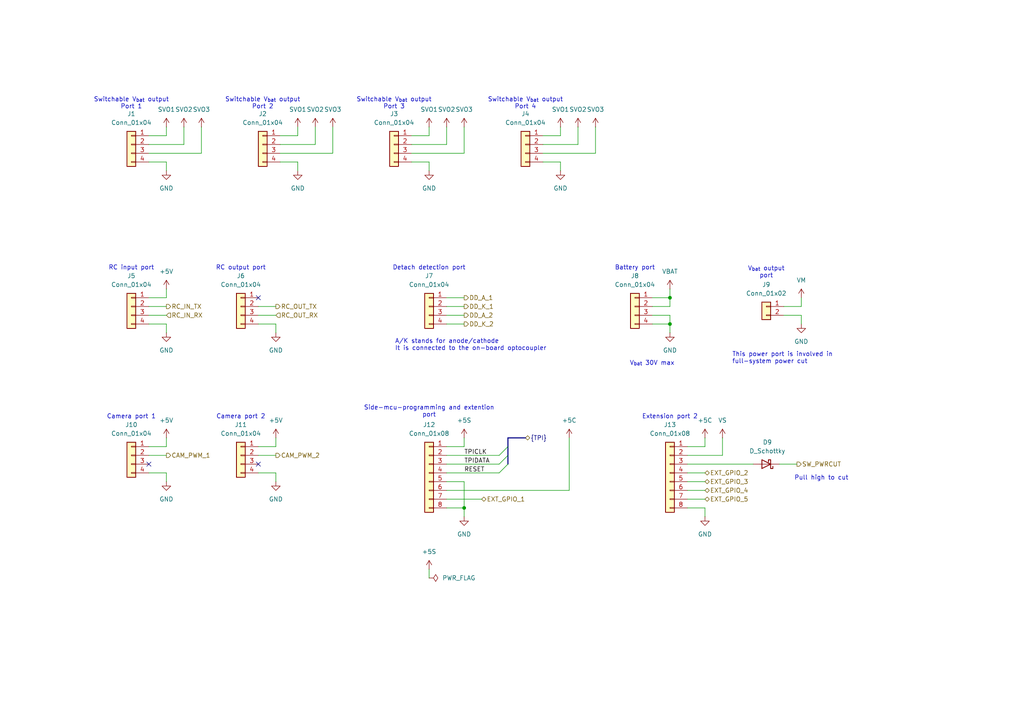
<source format=kicad_sch>
(kicad_sch (version 20250114) (generator "eeschema") (generator_version "9.0")
  (paper "A4")
  (lib_symbols
    (symbol "Connector_Generic:Conn_01x02" (pin_names (offset 1.016) (hide yes))
      (property "Reference" "J" (at 0 2.54 0))
      (property "Value" "Conn_01x02" (at 0 -5.08 0))
      (symbol "Conn_01x02_1_1"
        (rectangle (start -1.27 1.27) (end 1.27 -3.81) (stroke (width 0.254)) (fill (type background)))
        (rectangle (start -1.27 0.127) (end 0 -0.127) (stroke (width 0.1524)))
        (rectangle (start -1.27 -2.413) (end 0 -2.667) (stroke (width 0.1524)))
        (pin passive line (at -5.08 0 0) (length 3.81) (name "Pin_1") (number "1"))
        (pin passive line (at -5.08 -2.54 0) (length 3.81) (name "Pin_2") (number "2"))
      )
    )
    (symbol "Connector_Generic:Conn_01x04" (pin_names (offset 1.016) (hide yes))
      (property "Reference" "J" (at 0 5.08 0))
      (property "Value" "Conn_01x04" (at 0 -7.62 0))
      (symbol "Conn_01x04_1_1"
        (rectangle (start -1.27 3.81) (end 1.27 -6.35) (stroke (width 0.254)) (fill (type background)))
        (rectangle (start -1.27 2.667) (end 0 2.413) (stroke (width 0.1524)))
        (rectangle (start -1.27 0.127) (end 0 -0.127) (stroke (width 0.1524)))
        (rectangle (start -1.27 -2.413) (end 0 -2.667) (stroke (width 0.1524)))
        (rectangle (start -1.27 -4.953) (end 0 -5.207) (stroke (width 0.1524)))
        (pin passive line (at -5.08 2.54 0) (length 3.81) (name "Pin_1") (number "1"))
        (pin passive line (at -5.08 0 0) (length 3.81) (name "Pin_2") (number "2"))
        (pin passive line (at -5.08 -2.54 0) (length 3.81) (name "Pin_3") (number "3"))
        (pin passive line (at -5.08 -5.08 0) (length 3.81) (name "Pin_4") (number "4"))
      )
    )
    (symbol "Connector_Generic:Conn_01x08" (pin_names (offset 1.016) (hide yes))
      (property "Reference" "J" (at 0 10.16 0))
      (property "Value" "Conn_01x08" (at 0 -12.7 0))
      (symbol "Conn_01x08_1_1"
        (rectangle (start -1.27 8.89) (end 1.27 -11.43) (stroke (width 0.254)) (fill (type background)))
        (rectangle (start -1.27 7.747) (end 0 7.493) (stroke (width 0.1524)))
        (rectangle (start -1.27 5.207) (end 0 4.953) (stroke (width 0.1524)))
        (rectangle (start -1.27 2.667) (end 0 2.413) (stroke (width 0.1524)))
        (rectangle (start -1.27 0.127) (end 0 -0.127) (stroke (width 0.1524)))
        (rectangle (start -1.27 -2.413) (end 0 -2.667) (stroke (width 0.1524)))
        (rectangle (start -1.27 -4.953) (end 0 -5.207) (stroke (width 0.1524)))
        (rectangle (start -1.27 -7.493) (end 0 -7.747) (stroke (width 0.1524)))
        (rectangle (start -1.27 -10.033) (end 0 -10.287) (stroke (width 0.1524)))
        (pin passive line (at -5.08 7.62 0) (length 3.81) (name "Pin_1") (number "1"))
        (pin passive line (at -5.08 5.08 0) (length 3.81) (name "Pin_2") (number "2"))
        (pin passive line (at -5.08 2.54 0) (length 3.81) (name "Pin_3") (number "3"))
        (pin passive line (at -5.08 0 0) (length 3.81) (name "Pin_4") (number "4"))
        (pin passive line (at -5.08 -2.54 0) (length 3.81) (name "Pin_5") (number "5"))
        (pin passive line (at -5.08 -5.08 0) (length 3.81) (name "Pin_6") (number "6"))
        (pin passive line (at -5.08 -7.62 0) (length 3.81) (name "Pin_7") (number "7"))
        (pin passive line (at -5.08 -10.16 0) (length 3.81) (name "Pin_8") (number "8"))
      )
    )
    (symbol "Device:D_Schottky" (pin_numbers (hide yes)) (pin_names (offset 1.016) (hide yes))
      (property "Reference" "D" (at 0 2.54 0))
      (property "Value" "D_Schottky" (at 0 -2.54 0))
      (symbol "D_Schottky_0_1"
        (polyline (pts (xy -1.905 0.635) (xy -1.905 1.27) (xy -1.27 1.27) (xy -1.27 -1.27) (xy -0.635 -1.27) (xy -0.635 -0.635)) (stroke (width 0.254)))
        (polyline (pts (xy 1.27 1.27) (xy 1.27 -1.27) (xy -1.27 0) (xy 1.27 1.27)) (stroke (width 0.254)))
        (polyline (pts (xy 1.27 0) (xy -1.27 0)))
      )
      (symbol "D_Schottky_1_1"
        (pin passive line (at -3.81 0 0) (length 2.54) (name "K") (number "1"))
        (pin passive line (at 3.81 0 180) (length 2.54) (name "A") (number "2"))
      )
    )
    (symbol "power:+5V" (power) (pin_numbers (hide yes)) (pin_names (offset 0) (hide yes))
      (property "Value" "+5V" (at 0 3.556 0))
      (symbol "+5V_0_1"
        (polyline (pts (xy -0.762 1.27) (xy 0 2.54)))
        (polyline (pts (xy 0 2.54) (xy 0.762 1.27)))
        (polyline (pts (xy 0 0) (xy 0 2.54)))
      )
      (symbol "+5V_1_1"
        (pin power_in line (at 0 0 90) (length 0) (name "~") (number "1"))
      )
    )
    (symbol "power:GND" (power) (pin_numbers (hide yes)) (pin_names (offset 0) (hide yes))
      (property "Value" "GND" (at 0 -3.81 0))
      (symbol "GND_0_1"
        (polyline (pts (xy 0 0) (xy 0 -1.27) (xy 1.27 -1.27) (xy 0 -2.54) (xy -1.27 -1.27) (xy 0 -1.27)))
      )
      (symbol "GND_1_1"
        (pin power_in line (at 0 0 270) (length 0) (name "~") (number "1"))
      )
    )
    (symbol "power:PWR_FLAG" (power) (pin_numbers (hide yes)) (pin_names (offset 0) (hide yes))
      (property "Value" "PWR_FLAG" (at 0 3.81 0))
      (symbol "PWR_FLAG_0_0"
        (pin power_out line (at 0 0 90) (length 0) (name "~") (number "1"))
      )
      (symbol "PWR_FLAG_0_1"
        (polyline (pts (xy 0 0) (xy 0 1.27) (xy -1.016 1.905) (xy 0 2.54) (xy 1.016 1.905) (xy 0 1.27)))
      )
    )
  )
  (text "Switchable V_{bat} output\nPort 3" (at 114.3 31.75 0) (effects (font (size 1.27 1.27)) (justify bottom)))
  (text "Switchable V_{bat} output\nPort 1" (at 38.1 31.75 0) (effects (font (size 1.27 1.27)) (justify bottom)))
  (text "Side-mcu-programming and extention\nport" (at 124.46 119.38 0) (effects (font (size 1.27 1.27))))
  (text "RC output port" (at 69.85 77.724 0) (effects (font (size 1.27 1.27))))
  (text "Pull high to cut" (at 238.252 138.684 0) (effects (font (size 1.27 1.27))))
  (text "Camera port 2" (at 69.85 120.904 0) (effects (font (size 1.27 1.27))))
  (text "Extension port 2" (at 194.31 120.904 0) (effects (font (size 1.27 1.27))))
  (text "Detach detection port" (at 124.46 77.724 0) (effects (font (size 1.27 1.27))))
  (text "Battery port" (at 184.15 77.724 0) (effects (font (size 1.27 1.27))))
  (text "V_{bat} output\nport" (at 222.25 80.772 0) (effects (font (size 1.27 1.27)) (justify bottom)))
  (text "RC input port" (at 38.1 77.724 0) (effects (font (size 1.27 1.27))))
  (text "Switchable V_{bat} output\nPort 2" (at 76.2 31.75 0) (effects (font (size 1.27 1.27)) (justify bottom)))
  (text "This power port is involved in\nfull-system power cut" (at 212.344 103.886 0) (effects (font (size 1.27 1.27)) (justify left)))
  (text "V_{bat} 30V max" (at 182.626 105.41 0) (effects (font (size 1.27 1.27)) (justify left)))
  (text "A/K stands for anode/cathode\nIt is connected to the on-board optocoupler" (at 114.554 100.076 0) (effects (font (size 1.27 1.27)) (justify left)))
  (text "Switchable V_{bat} output\nPort 4" (at 152.4 31.75 0) (effects (font (size 1.27 1.27)) (justify bottom)))
  (text "Camera port 1" (at 38.1 120.904 0) (effects (font (size 1.27 1.27))))
  (junction (at 194.31 86.36))
  (junction (at 134.62 147.32))
  (junction (at 194.31 93.98))
  (no_connect (at 74.93 134.62))
  (no_connect (at 43.18 134.62))
  (no_connect (at 74.93 86.36))
  (bus_entry (at 147.32 132.08) (size -2.54 2.54))
  (bus_entry (at 147.32 134.62) (size -2.54 2.54))
  (bus_entry (at 147.32 129.54) (size -2.54 2.54))
  (wire (pts (xy 48.26 127) (xy 48.26 129.54)))
  (wire (pts (xy 48.26 36.83) (xy 48.26 39.37)))
  (wire (pts (xy 194.31 86.36) (xy 189.23 86.36)))
  (wire (pts (xy 204.47 147.32) (xy 199.39 147.32)))
  (wire (pts (xy 53.34 36.83) (xy 53.34 41.91)))
  (wire (pts (xy 129.54 36.83) (xy 129.54 41.91)))
  (wire (pts (xy 134.62 147.32) (xy 129.54 147.32)))
  (wire (pts (xy 81.28 44.45) (xy 96.52 44.45)))
  (wire (pts (xy 189.23 91.44) (xy 194.31 91.44)))
  (wire (pts (xy 124.46 39.37) (xy 119.38 39.37)))
  (wire (pts (xy 129.54 86.36) (xy 134.62 86.36)))
  (wire (pts (xy 48.26 39.37) (xy 43.18 39.37)))
  (wire (pts (xy 80.01 96.52) (xy 80.01 93.98)))
  (wire (pts (xy 48.26 96.52) (xy 48.26 93.98)))
  (bus (pts (xy 147.32 127) (xy 147.32 129.54)))
  (wire (pts (xy 134.62 129.54) (xy 129.54 129.54)))
  (wire (pts (xy 232.41 86.36) (xy 232.41 88.9)))
  (wire (pts (xy 48.26 83.82) (xy 48.26 86.36)))
  (wire (pts (xy 43.18 91.44) (xy 48.26 91.44)))
  (wire (pts (xy 129.54 139.7) (xy 134.62 139.7)))
  (wire (pts (xy 129.54 134.62) (xy 144.78 134.62)))
  (wire (pts (xy 199.39 139.7) (xy 204.47 139.7)))
  (wire (pts (xy 58.42 44.45) (xy 58.42 36.83)))
  (wire (pts (xy 194.31 96.52) (xy 194.31 93.98)))
  (wire (pts (xy 129.54 137.16) (xy 144.78 137.16)))
  (wire (pts (xy 129.54 132.08) (xy 144.78 132.08)))
  (wire (pts (xy 134.62 139.7) (xy 134.62 147.32)))
  (wire (pts (xy 157.48 41.91) (xy 167.64 41.91)))
  (wire (pts (xy 96.52 44.45) (xy 96.52 36.83)))
  (wire (pts (xy 48.26 46.99) (xy 43.18 46.99)))
  (wire (pts (xy 209.55 132.08) (xy 199.39 132.08)))
  (wire (pts (xy 86.36 39.37) (xy 81.28 39.37)))
  (wire (pts (xy 74.93 88.9) (xy 80.01 88.9)))
  (wire (pts (xy 124.46 49.53) (xy 124.46 46.99)))
  (wire (pts (xy 119.38 41.91) (xy 129.54 41.91)))
  (wire (pts (xy 129.54 93.98) (xy 134.62 93.98)))
  (wire (pts (xy 43.18 132.08) (xy 48.26 132.08)))
  (wire (pts (xy 48.26 49.53) (xy 48.26 46.99)))
  (wire (pts (xy 81.28 41.91) (xy 91.44 41.91)))
  (wire (pts (xy 189.23 93.98) (xy 194.31 93.98)))
  (wire (pts (xy 48.26 86.36) (xy 43.18 86.36)))
  (wire (pts (xy 232.41 88.9) (xy 227.33 88.9)))
  (wire (pts (xy 162.56 46.99) (xy 157.48 46.99)))
  (wire (pts (xy 199.39 137.16) (xy 204.47 137.16)))
  (wire (pts (xy 194.31 86.36) (xy 194.31 88.9)))
  (wire (pts (xy 80.01 137.16) (xy 74.93 137.16)))
  (wire (pts (xy 86.36 49.53) (xy 86.36 46.99)))
  (wire (pts (xy 134.62 44.45) (xy 134.62 36.83)))
  (wire (pts (xy 204.47 129.54) (xy 199.39 129.54)))
  (wire (pts (xy 74.93 91.44) (xy 80.01 91.44)))
  (wire (pts (xy 74.93 132.08) (xy 80.01 132.08)))
  (wire (pts (xy 209.55 127) (xy 209.55 132.08)))
  (wire (pts (xy 232.41 93.98) (xy 232.41 91.44)))
  (wire (pts (xy 80.01 127) (xy 80.01 129.54)))
  (wire (pts (xy 162.56 39.37) (xy 157.48 39.37)))
  (wire (pts (xy 194.31 91.44) (xy 194.31 93.98)))
  (wire (pts (xy 124.46 165.1) (xy 124.46 167.64)))
  (wire (pts (xy 48.26 139.7) (xy 48.26 137.16)))
  (bus (pts (xy 147.32 129.54) (xy 147.32 132.08)))
  (wire (pts (xy 43.18 44.45) (xy 58.42 44.45)))
  (bus (pts (xy 147.32 132.08) (xy 147.32 134.62)))
  (wire (pts (xy 162.56 36.83) (xy 162.56 39.37)))
  (wire (pts (xy 189.23 88.9) (xy 194.31 88.9)))
  (wire (pts (xy 199.39 134.62) (xy 218.44 134.62)))
  (wire (pts (xy 167.64 36.83) (xy 167.64 41.91)))
  (wire (pts (xy 86.36 46.99) (xy 81.28 46.99)))
  (wire (pts (xy 48.26 93.98) (xy 43.18 93.98)))
  (wire (pts (xy 226.06 134.62) (xy 231.14 134.62)))
  (wire (pts (xy 204.47 149.86) (xy 204.47 147.32)))
  (wire (pts (xy 157.48 44.45) (xy 172.72 44.45)))
  (wire (pts (xy 194.31 83.82) (xy 194.31 86.36)))
  (wire (pts (xy 204.47 127) (xy 204.47 129.54)))
  (wire (pts (xy 172.72 44.45) (xy 172.72 36.83)))
  (wire (pts (xy 48.26 129.54) (xy 43.18 129.54)))
  (wire (pts (xy 129.54 144.78) (xy 139.7 144.78)))
  (wire (pts (xy 129.54 91.44) (xy 134.62 91.44)))
  (wire (pts (xy 119.38 44.45) (xy 134.62 44.45)))
  (wire (pts (xy 124.46 36.83) (xy 124.46 39.37)))
  (wire (pts (xy 162.56 49.53) (xy 162.56 46.99)))
  (wire (pts (xy 232.41 91.44) (xy 227.33 91.44)))
  (wire (pts (xy 43.18 41.91) (xy 53.34 41.91)))
  (wire (pts (xy 80.01 129.54) (xy 74.93 129.54)))
  (wire (pts (xy 199.39 142.24) (xy 204.47 142.24)))
  (wire (pts (xy 86.36 36.83) (xy 86.36 39.37)))
  (wire (pts (xy 124.46 46.99) (xy 119.38 46.99)))
  (wire (pts (xy 165.1 127) (xy 165.1 142.24)))
  (wire (pts (xy 199.39 144.78) (xy 204.47 144.78)))
  (bus (pts (xy 147.32 127) (xy 152.4 127)))
  (wire (pts (xy 80.01 139.7) (xy 80.01 137.16)))
  (wire (pts (xy 129.54 88.9) (xy 134.62 88.9)))
  (wire (pts (xy 48.26 137.16) (xy 43.18 137.16)))
  (wire (pts (xy 129.54 142.24) (xy 165.1 142.24)))
  (wire (pts (xy 134.62 127) (xy 134.62 129.54)))
  (wire (pts (xy 91.44 36.83) (xy 91.44 41.91)))
  (wire (pts (xy 80.01 93.98) (xy 74.93 93.98)))
  (wire (pts (xy 43.18 88.9) (xy 48.26 88.9)))
  (wire (pts (xy 134.62 149.86) (xy 134.62 147.32)))
  (label "TPICLK" (at 134.62 132.08 0))
  (label "RESET" (at 134.62 137.16 0))
  (label "TPIDATA" (at 134.62 134.62 0))
  (hierarchical_label "DD_A_1" (shape output) (at 134.62 86.36 0))
  (hierarchical_label "RC_OUT_RX" (shape input) (at 80.01 91.44 0))
  (hierarchical_label "EXT_GPIO_5" (shape bidirectional) (at 204.47 144.78 0))
  (hierarchical_label "EXT_GPIO_3" (shape bidirectional) (at 204.47 139.7 0))
  (hierarchical_label "RC_IN_RX" (shape input) (at 48.26 91.44 0))
  (hierarchical_label "RC_OUT_TX" (shape output) (at 80.01 88.9 0))
  (hierarchical_label "DD_K_2" (shape output) (at 134.62 93.98 0))
  (hierarchical_label "EXT_GPIO_1" (shape bidirectional) (at 139.7 144.78 0))
  (hierarchical_label "RC_IN_TX" (shape output) (at 48.26 88.9 0))
  (hierarchical_label "SW_PWRCUT" (shape output) (at 231.14 134.62 0))
  (hierarchical_label "DD_K_1" (shape output) (at 134.62 88.9 0))
  (hierarchical_label "{TPI}" (shape bidirectional) (at 152.4 127 0))
  (hierarchical_label "CAM_PWM_2" (shape output) (at 80.01 132.08 0))
  (hierarchical_label "EXT_GPIO_2" (shape bidirectional) (at 204.47 137.16 0))
  (hierarchical_label "EXT_GPIO_4" (shape bidirectional) (at 204.47 142.24 0))
  (hierarchical_label "CAM_PWM_1" (shape output) (at 48.26 132.08 0))
  (hierarchical_label "DD_A_2" (shape output) (at 134.62 91.44 0))
  (symbol (lib_id "power:+5V") (at 91.44 36.83 0) (unit 1)
    (property "Reference" "#PWR070" (effects (hide yes)))
    (property "Value" "SVO2" (at 91.44 31.75 0))
    (property "Description" "Power symbol creates a global label with name \"+5V\"" (effects (hide yes)))
  )
  (symbol (lib_id "power:+5V") (at 80.01 127 0) (unit 1)
    (property "Reference" "#PWR090" (effects (hide yes)))
    (property "Value" "+5V" (at 80.01 121.92 0))
    (property "Description" "Power symbol creates a global label with name \"+5V\"" (effects (hide yes)))
  )
  (symbol (lib_id "Connector_Generic:Conn_01x08") (at 124.46 137.16 0) (mirror y) (unit 1)
    (property "Reference" "J12" (at 124.46 123.19 0))
    (property "Value" "Conn_01x08" (at 124.46 125.73 0))
    (property "Footprint" "Connector_JST:JST_GH_SM08B-GHS-TB_1x08-1MP_P1.25mm_Horizontal" (effects (hide yes)))
    (property "Description" "Generic connector, single row, 01x08, script generated (kicad-library-utils/schlib/autogen/connector/)" (effects (hide yes)))
  )
  (symbol (lib_id "Connector_Generic:Conn_01x04") (at 38.1 41.91 0) (mirror y) (unit 1)
    (property "Reference" "J1" (at 38.1 33.02 0))
    (property "Value" "Conn_01x04" (at 38.1 35.56 0))
    (property "Footprint" "Connector_JST:JST_GH_SM04B-GHS-TB_1x04-1MP_P1.25mm_Horizontal" (effects (hide yes)))
    (property "Description" "Generic connector, single row, 01x04, script generated (kicad-library-utils/schlib/autogen/connector/)" (effects (hide yes)))
  )
  (symbol (lib_id "power:+5V") (at 124.46 165.1 0) (unit 1)
    (property "Reference" "#PWR099" (effects (hide yes)))
    (property "Value" "+5S" (at 124.46 160.02 0))
    (property "Description" "Power symbol creates a global label with name \"+5V\"" (effects (hide yes)))
  )
  (symbol (lib_id "power:+5V") (at 53.34 36.83 0) (unit 1)
    (property "Reference" "#PWR067" (effects (hide yes)))
    (property "Value" "SVO2" (at 53.34 31.75 0))
    (property "Description" "Power symbol creates a global label with name \"+5V\"" (effects (hide yes)))
  )
  (symbol (lib_id "power:GND") (at 194.31 96.52 0) (unit 1)
    (property "Reference" "#PWR088" (effects (hide yes)))
    (property "Value" "GND" (at 194.31 101.6 0))
    (property "Description" "Power symbol creates a global label with name \"GND\" , ground" (effects (hide yes)))
  )
  (symbol (lib_id "power:GND") (at 48.26 49.53 0) (unit 1)
    (property "Reference" "#PWR078" (effects (hide yes)))
    (property "Value" "GND" (at 48.26 54.61 0))
    (property "Description" "Power symbol creates a global label with name \"GND\" , ground" (effects (hide yes)))
  )
  (symbol (lib_id "Connector_Generic:Conn_01x04") (at 76.2 41.91 0) (mirror y) (unit 1)
    (property "Reference" "J2" (at 76.2 33.02 0))
    (property "Value" "Conn_01x04" (at 76.2 35.56 0))
    (property "Footprint" "Connector_JST:JST_GH_SM04B-GHS-TB_1x04-1MP_P1.25mm_Horizontal" (effects (hide yes)))
    (property "Description" "Generic connector, single row, 01x04, script generated (kicad-library-utils/schlib/autogen/connector/)" (effects (hide yes)))
  )
  (symbol (lib_id "Connector_Generic:Conn_01x04") (at 124.46 88.9 0) (mirror y) (unit 1)
    (property "Reference" "J7" (at 124.46 80.01 0))
    (property "Value" "Conn_01x04" (at 124.46 82.55 0))
    (property "Footprint" "Connector_JST:JST_GH_SM04B-GHS-TB_1x04-1MP_P1.25mm_Horizontal" (effects (hide yes)))
    (property "Description" "Generic connector, single row, 01x04, script generated (kicad-library-utils/schlib/autogen/connector/)" (effects (hide yes)))
  )
  (symbol (lib_id "power:GND") (at 80.01 139.7 0) (unit 1)
    (property "Reference" "#PWR096" (effects (hide yes)))
    (property "Value" "GND" (at 80.01 144.78 0))
    (property "Description" "Power symbol creates a global label with name \"GND\" , ground" (effects (hide yes)))
  )
  (symbol (lib_id "Device:D_Schottky") (at 222.25 134.62 180) (unit 1)
    (property "Reference" "D9" (at 222.5675 128.27 0))
    (property "Value" "D_Schottky" (at 222.5675 130.81 0))
    (property "Footprint" "Diode_SMD:D_SOD-523" (effects (hide yes)))
    (property "Description" "Schottky diode" (effects (hide yes)))
  )
  (symbol (lib_id "power:+5V") (at 162.56 36.83 0) (unit 1)
    (property "Reference" "#PWR075" (effects (hide yes)))
    (property "Value" "SVO1" (at 162.56 31.75 0))
    (property "Description" "Power symbol creates a global label with name \"+5V\"" (effects (hide yes)))
  )
  (symbol (lib_id "power:+5V") (at 172.72 36.83 0) (unit 1)
    (property "Reference" "#PWR077" (effects (hide yes)))
    (property "Value" "SVO3" (at 172.72 31.75 0))
    (property "Description" "Power symbol creates a global label with name \"+5V\"" (effects (hide yes)))
  )
  (symbol (lib_id "Connector_Generic:Conn_01x02") (at 222.25 88.9 0) (mirror y) (unit 1)
    (property "Reference" "J9" (at 222.25 82.55 0))
    (property "Value" "Conn_01x02" (at 222.25 85.09 0))
    (property "Footprint" "Connector_JST:JST_GH_SM02B-GHS-TB_1x02-1MP_P1.25mm_Horizontal" (effects (hide yes)))
    (property "Description" "Generic connector, single row, 01x02, script generated (kicad-library-utils/schlib/autogen/connector/)" (effects (hide yes)))
  )
  (symbol (lib_id "power:+5V") (at 134.62 36.83 0) (unit 1)
    (property "Reference" "#PWR074" (effects (hide yes)))
    (property "Value" "SVO3" (at 134.62 31.75 0))
    (property "Description" "Power symbol creates a global label with name \"+5V\"" (effects (hide yes)))
  )
  (symbol (lib_id "power:GND") (at 86.36 49.53 0) (unit 1)
    (property "Reference" "#PWR079" (effects (hide yes)))
    (property "Value" "GND" (at 86.36 54.61 0))
    (property "Description" "Power symbol creates a global label with name \"GND\" , ground" (effects (hide yes)))
  )
  (symbol (lib_id "power:+5V") (at 96.52 36.83 0) (unit 1)
    (property "Reference" "#PWR071" (effects (hide yes)))
    (property "Value" "SVO3" (at 96.52 31.75 0))
    (property "Description" "Power symbol creates a global label with name \"+5V\"" (effects (hide yes)))
  )
  (symbol (lib_id "power:PWR_FLAG") (at 124.46 167.64 270) (unit 1)
    (property "Reference" "#FLG010" (effects (hide yes)))
    (property "Value" "PWR_FLAG" (at 128.27 167.6399 90) (effects (justify left)))
    (property "Description" "Special symbol for telling ERC where power comes from" (effects (hide yes)))
  )
  (symbol (lib_id "Connector_Generic:Conn_01x04") (at 38.1 88.9 0) (mirror y) (unit 1)
    (property "Reference" "J5" (at 38.1 80.01 0))
    (property "Value" "Conn_01x04" (at 38.1 82.55 0))
    (property "Footprint" "Connector_JST:JST_GH_SM04B-GHS-TB_1x04-1MP_P1.25mm_Horizontal" (effects (hide yes)))
    (property "Description" "Generic connector, single row, 01x04, script generated (kicad-library-utils/schlib/autogen/connector/)" (effects (hide yes)))
  )
  (symbol (lib_id "Connector_Generic:Conn_01x04") (at 114.3 41.91 0) (mirror y) (unit 1)
    (property "Reference" "J3" (at 114.3 33.02 0))
    (property "Value" "Conn_01x04" (at 114.3 35.56 0))
    (property "Footprint" "Connector_JST:JST_GH_SM04B-GHS-TB_1x04-1MP_P1.25mm_Horizontal" (effects (hide yes)))
    (property "Description" "Generic connector, single row, 01x04, script generated (kicad-library-utils/schlib/autogen/connector/)" (effects (hide yes)))
  )
  (symbol (lib_id "power:GND") (at 48.26 96.52 0) (unit 1)
    (property "Reference" "#PWR086" (effects (hide yes)))
    (property "Value" "GND" (at 48.26 101.6 0))
    (property "Description" "Power symbol creates a global label with name \"GND\" , ground" (effects (hide yes)))
  )
  (symbol (lib_id "power:+5V") (at 48.26 127 0) (unit 1)
    (property "Reference" "#PWR089" (effects (hide yes)))
    (property "Value" "+5V" (at 48.26 121.92 0))
    (property "Description" "Power symbol creates a global label with name \"+5V\"" (effects (hide yes)))
  )
  (symbol (lib_id "power:+5V") (at 167.64 36.83 0) (unit 1)
    (property "Reference" "#PWR076" (effects (hide yes)))
    (property "Value" "SVO2" (at 167.64 31.75 0))
    (property "Description" "Power symbol creates a global label with name \"+5V\"" (effects (hide yes)))
  )
  (symbol (lib_id "power:+5V") (at 165.1 127 0) (unit 1)
    (property "Reference" "#PWR092" (effects (hide yes)))
    (property "Value" "+5C" (at 165.1 121.92 0))
    (property "Description" "Power symbol creates a global label with name \"+5V\"" (effects (hide yes)))
  )
  (symbol (lib_id "power:+5V") (at 232.41 86.36 0) (unit 1)
    (property "Reference" "#PWR084" (effects (hide yes)))
    (property "Value" "VM" (at 232.41 81.28 0))
    (property "Description" "Power symbol creates a global label with name \"+5V\"" (effects (hide yes)))
  )
  (symbol (lib_id "Connector_Generic:Conn_01x04") (at 152.4 41.91 0) (mirror y) (unit 1)
    (property "Reference" "J4" (at 152.4 33.02 0))
    (property "Value" "Conn_01x04" (at 152.4 35.56 0))
    (property "Footprint" "Connector_JST:JST_GH_SM04B-GHS-TB_1x04-1MP_P1.25mm_Horizontal" (effects (hide yes)))
    (property "Description" "Generic connector, single row, 01x04, script generated (kicad-library-utils/schlib/autogen/connector/)" (effects (hide yes)))
  )
  (symbol (lib_id "power:+5V") (at 48.26 36.83 0) (unit 1)
    (property "Reference" "#PWR066" (effects (hide yes)))
    (property "Value" "SVO1" (at 48.26 31.75 0))
    (property "Description" "Power symbol creates a global label with name \"+5V\"" (effects (hide yes)))
  )
  (symbol (lib_id "power:+5V") (at 194.31 83.82 0) (unit 1)
    (property "Reference" "#PWR083" (effects (hide yes)))
    (property "Value" "VBAT" (at 194.31 78.74 0))
    (property "Description" "Power symbol creates a global label with name \"+5V\"" (effects (hide yes)))
  )
  (symbol (lib_id "power:GND") (at 204.47 149.86 0) (unit 1)
    (property "Reference" "#PWR098" (effects (hide yes)))
    (property "Value" "GND" (at 204.47 154.94 0))
    (property "Description" "Power symbol creates a global label with name \"GND\" , ground" (effects (hide yes)))
  )
  (symbol (lib_id "Connector_Generic:Conn_01x04") (at 184.15 88.9 0) (mirror y) (unit 1)
    (property "Reference" "J8" (at 184.15 80.01 0))
    (property "Value" "Conn_01x04" (at 184.15 82.55 0))
    (property "Footprint" "Connector_JST:JST_GH_SM04B-GHS-TB_1x04-1MP_P1.25mm_Horizontal" (effects (hide yes)))
    (property "Description" "Generic connector, single row, 01x04, script generated (kicad-library-utils/schlib/autogen/connector/)" (effects (hide yes)))
  )
  (symbol (lib_id "power:GND") (at 124.46 49.53 0) (unit 1)
    (property "Reference" "#PWR080" (effects (hide yes)))
    (property "Value" "GND" (at 124.46 54.61 0))
    (property "Description" "Power symbol creates a global label with name \"GND\" , ground" (effects (hide yes)))
  )
  (symbol (lib_id "power:+5V") (at 48.26 83.82 0) (unit 1)
    (property "Reference" "#PWR082" (effects (hide yes)))
    (property "Value" "+5V" (at 48.26 78.74 0))
    (property "Description" "Power symbol creates a global label with name \"+5V\"" (effects (hide yes)))
  )
  (symbol (lib_id "power:+5V") (at 129.54 36.83 0) (unit 1)
    (property "Reference" "#PWR073" (effects (hide yes)))
    (property "Value" "SVO2" (at 129.54 31.75 0))
    (property "Description" "Power symbol creates a global label with name \"+5V\"" (effects (hide yes)))
  )
  (symbol (lib_id "power:+5V") (at 204.47 127 0) (unit 1)
    (property "Reference" "#PWR093" (effects (hide yes)))
    (property "Value" "+5C" (at 204.47 121.92 0))
    (property "Description" "Power symbol creates a global label with name \"+5V\"" (effects (hide yes)))
  )
  (symbol (lib_id "Connector_Generic:Conn_01x08") (at 194.31 137.16 0) (mirror y) (unit 1)
    (property "Reference" "J13" (at 194.31 123.19 0))
    (property "Value" "Conn_01x08" (at 194.31 125.73 0))
    (property "Footprint" "Connector_JST:JST_GH_SM08B-GHS-TB_1x08-1MP_P1.25mm_Horizontal" (effects (hide yes)))
    (property "Description" "Generic connector, single row, 01x08, script generated (kicad-library-utils/schlib/autogen/connector/)" (effects (hide yes)))
  )
  (symbol (lib_id "Connector_Generic:Conn_01x04") (at 69.85 88.9 0) (mirror y) (unit 1)
    (property "Reference" "J6" (at 69.85 80.01 0))
    (property "Value" "Conn_01x04" (at 69.85 82.55 0))
    (property "Footprint" "Connector_JST:JST_GH_SM04B-GHS-TB_1x04-1MP_P1.25mm_Horizontal" (effects (hide yes)))
    (property "Description" "Generic connector, single row, 01x04, script generated (kicad-library-utils/schlib/autogen/connector/)" (effects (hide yes)))
  )
  (symbol (lib_id "Connector_Generic:Conn_01x04") (at 69.85 132.08 0) (mirror y) (unit 1)
    (property "Reference" "J11" (at 69.85 123.19 0))
    (property "Value" "Conn_01x04" (at 69.85 125.73 0))
    (property "Footprint" "Connector_JST:JST_GH_SM04B-GHS-TB_1x04-1MP_P1.25mm_Horizontal" (effects (hide yes)))
    (property "Description" "Generic connector, single row, 01x04, script generated (kicad-library-utils/schlib/autogen/connector/)" (effects (hide yes)))
  )
  (symbol (lib_id "power:GND") (at 80.01 96.52 0) (unit 1)
    (property "Reference" "#PWR087" (effects (hide yes)))
    (property "Value" "GND" (at 80.01 101.6 0))
    (property "Description" "Power symbol creates a global label with name \"GND\" , ground" (effects (hide yes)))
  )
  (symbol (lib_id "power:+5V") (at 58.42 36.83 0) (unit 1)
    (property "Reference" "#PWR068" (effects (hide yes)))
    (property "Value" "SVO3" (at 58.42 31.75 0))
    (property "Description" "Power symbol creates a global label with name \"+5V\"" (effects (hide yes)))
  )
  (symbol (lib_id "Connector_Generic:Conn_01x04") (at 38.1 132.08 0) (mirror y) (unit 1)
    (property "Reference" "J10" (at 38.1 123.19 0))
    (property "Value" "Conn_01x04" (at 38.1 125.73 0))
    (property "Footprint" "Connector_JST:JST_GH_SM04B-GHS-TB_1x04-1MP_P1.25mm_Horizontal" (effects (hide yes)))
    (property "Description" "Generic connector, single row, 01x04, script generated (kicad-library-utils/schlib/autogen/connector/)" (effects (hide yes)))
  )
  (symbol (lib_id "power:GND") (at 232.41 93.98 0) (unit 1)
    (property "Reference" "#PWR085" (effects (hide yes)))
    (property "Value" "GND" (at 232.41 99.06 0))
    (property "Description" "Power symbol creates a global label with name \"GND\" , ground" (effects (hide yes)))
  )
  (symbol (lib_id "power:+5V") (at 134.62 127 0) (unit 1)
    (property "Reference" "#PWR091" (effects (hide yes)))
    (property "Value" "+5S" (at 134.62 121.92 0))
    (property "Description" "Power symbol creates a global label with name \"+5V\"" (effects (hide yes)))
  )
  (symbol (lib_id "power:GND") (at 162.56 49.53 0) (unit 1)
    (property "Reference" "#PWR081" (effects (hide yes)))
    (property "Value" "GND" (at 162.56 54.61 0))
    (property "Description" "Power symbol creates a global label with name \"GND\" , ground" (effects (hide yes)))
  )
  (symbol (lib_id "power:+5V") (at 86.36 36.83 0) (unit 1)
    (property "Reference" "#PWR069" (effects (hide yes)))
    (property "Value" "SVO1" (at 86.36 31.75 0))
    (property "Description" "Power symbol creates a global label with name \"+5V\"" (effects (hide yes)))
  )
  (symbol (lib_id "power:GND") (at 134.62 149.86 0) (unit 1)
    (property "Reference" "#PWR097" (effects (hide yes)))
    (property "Value" "GND" (at 134.62 154.94 0))
    (property "Description" "Power symbol creates a global label with name \"GND\" , ground" (effects (hide yes)))
  )
  (symbol (lib_id "power:+5V") (at 209.55 127 0) (unit 1)
    (property "Reference" "#PWR094" (effects (hide yes)))
    (property "Value" "VS" (at 209.55 121.92 0))
    (property "Description" "Power symbol creates a global label with name \"+5V\"" (effects (hide yes)))
  )
  (symbol (lib_id "power:+5V") (at 124.46 36.83 0) (unit 1)
    (property "Reference" "#PWR072" (effects (hide yes)))
    (property "Value" "SVO1" (at 124.46 31.75 0))
    (property "Description" "Power symbol creates a global label with name \"+5V\"" (effects (hide yes)))
  )
  (symbol (lib_id "power:GND") (at 48.26 139.7 0) (unit 1)
    (property "Reference" "#PWR095" (effects (hide yes)))
    (property "Value" "GND" (at 48.26 144.78 0))
    (property "Description" "Power symbol creates a global label with name \"GND\" , ground" (effects (hide yes)))
  )
)
</source>
